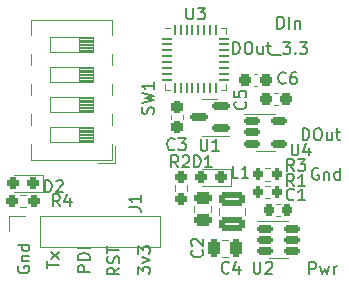
<source format=gto>
%TF.GenerationSoftware,KiCad,Pcbnew,(6.0.2)*%
%TF.CreationDate,2023-03-19T00:19:14-07:00*%
%TF.ProjectId,serial-to-ws2812-v2,73657269-616c-42d7-946f-2d7773323831,rev?*%
%TF.SameCoordinates,Original*%
%TF.FileFunction,Legend,Top*%
%TF.FilePolarity,Positive*%
%FSLAX46Y46*%
G04 Gerber Fmt 4.6, Leading zero omitted, Abs format (unit mm)*
G04 Created by KiCad (PCBNEW (6.0.2)) date 2023-03-19 00:19:14*
%MOMM*%
%LPD*%
G01*
G04 APERTURE LIST*
G04 Aperture macros list*
%AMRoundRect*
0 Rectangle with rounded corners*
0 $1 Rounding radius*
0 $2 $3 $4 $5 $6 $7 $8 $9 X,Y pos of 4 corners*
0 Add a 4 corners polygon primitive as box body*
4,1,4,$2,$3,$4,$5,$6,$7,$8,$9,$2,$3,0*
0 Add four circle primitives for the rounded corners*
1,1,$1+$1,$2,$3*
1,1,$1+$1,$4,$5*
1,1,$1+$1,$6,$7*
1,1,$1+$1,$8,$9*
0 Add four rect primitives between the rounded corners*
20,1,$1+$1,$2,$3,$4,$5,0*
20,1,$1+$1,$4,$5,$6,$7,0*
20,1,$1+$1,$6,$7,$8,$9,0*
20,1,$1+$1,$8,$9,$2,$3,0*%
G04 Aperture macros list end*
%ADD10C,0.150000*%
%ADD11C,0.120000*%
%ADD12RoundRect,0.150000X0.587500X0.150000X-0.587500X0.150000X-0.587500X-0.150000X0.587500X-0.150000X0*%
%ADD13RoundRect,0.062500X-0.375000X-0.062500X0.375000X-0.062500X0.375000X0.062500X-0.375000X0.062500X0*%
%ADD14RoundRect,0.062500X-0.062500X-0.375000X0.062500X-0.375000X0.062500X0.375000X-0.062500X0.375000X0*%
%ADD15R,3.300000X3.300000*%
%ADD16RoundRect,0.150000X-0.512500X-0.150000X0.512500X-0.150000X0.512500X0.150000X-0.512500X0.150000X0*%
%ADD17R,2.440000X1.120000*%
%ADD18RoundRect,0.237500X-0.250000X-0.237500X0.250000X-0.237500X0.250000X0.237500X-0.250000X0.237500X0*%
%ADD19RoundRect,0.200000X0.200000X0.275000X-0.200000X0.275000X-0.200000X-0.275000X0.200000X-0.275000X0*%
%ADD20RoundRect,0.237500X0.237500X-0.250000X0.237500X0.250000X-0.237500X0.250000X-0.237500X-0.250000X0*%
%ADD21RoundRect,0.200000X-0.200000X-0.275000X0.200000X-0.275000X0.200000X0.275000X-0.200000X0.275000X0*%
%ADD22RoundRect,0.250000X0.850000X-0.375000X0.850000X0.375000X-0.850000X0.375000X-0.850000X-0.375000X0*%
%ADD23C,3.000000*%
%ADD24R,1.700000X1.700000*%
%ADD25O,1.700000X1.700000*%
%ADD26RoundRect,0.237500X0.287500X0.237500X-0.287500X0.237500X-0.287500X-0.237500X0.287500X-0.237500X0*%
%ADD27RoundRect,0.237500X0.300000X0.237500X-0.300000X0.237500X-0.300000X-0.237500X0.300000X-0.237500X0*%
%ADD28RoundRect,0.237500X-0.300000X-0.237500X0.300000X-0.237500X0.300000X0.237500X-0.300000X0.237500X0*%
%ADD29RoundRect,0.250000X0.250000X0.475000X-0.250000X0.475000X-0.250000X-0.475000X0.250000X-0.475000X0*%
%ADD30RoundRect,0.237500X-0.237500X0.300000X-0.237500X-0.300000X0.237500X-0.300000X0.237500X0.300000X0*%
%ADD31RoundRect,0.250000X-0.475000X0.250000X-0.475000X-0.250000X0.475000X-0.250000X0.475000X0.250000X0*%
%ADD32RoundRect,0.225000X-0.225000X-0.250000X0.225000X-0.250000X0.225000X0.250000X-0.225000X0.250000X0*%
G04 APERTURE END LIST*
D10*
X164452380Y-55890476D02*
X164452380Y-55271428D01*
X164833333Y-55604761D01*
X164833333Y-55461904D01*
X164880952Y-55366666D01*
X164928571Y-55319047D01*
X165023809Y-55271428D01*
X165261904Y-55271428D01*
X165357142Y-55319047D01*
X165404761Y-55366666D01*
X165452380Y-55461904D01*
X165452380Y-55747619D01*
X165404761Y-55842857D01*
X165357142Y-55890476D01*
X164785714Y-54938095D02*
X165452380Y-54700000D01*
X164785714Y-54461904D01*
X164452380Y-54176190D02*
X164452380Y-53557142D01*
X164833333Y-53890476D01*
X164833333Y-53747619D01*
X164880952Y-53652380D01*
X164928571Y-53604761D01*
X165023809Y-53557142D01*
X165261904Y-53557142D01*
X165357142Y-53604761D01*
X165404761Y-53652380D01*
X165452380Y-53747619D01*
X165452380Y-54033333D01*
X165404761Y-54128571D01*
X165357142Y-54176190D01*
X160352380Y-55700000D02*
X159352380Y-55700000D01*
X159352380Y-55319047D01*
X159400000Y-55223809D01*
X159447619Y-55176190D01*
X159542857Y-55128571D01*
X159685714Y-55128571D01*
X159780952Y-55176190D01*
X159828571Y-55223809D01*
X159876190Y-55319047D01*
X159876190Y-55700000D01*
X160352380Y-54700000D02*
X159352380Y-54700000D01*
X159352380Y-54461904D01*
X159400000Y-54319047D01*
X159495238Y-54223809D01*
X159590476Y-54176190D01*
X159780952Y-54128571D01*
X159923809Y-54128571D01*
X160114285Y-54176190D01*
X160209523Y-54223809D01*
X160304761Y-54319047D01*
X160352380Y-54461904D01*
X160352380Y-54700000D01*
X160352380Y-53700000D02*
X159352380Y-53700000D01*
X162852380Y-55347619D02*
X162376190Y-55680952D01*
X162852380Y-55919047D02*
X161852380Y-55919047D01*
X161852380Y-55538095D01*
X161900000Y-55442857D01*
X161947619Y-55395238D01*
X162042857Y-55347619D01*
X162185714Y-55347619D01*
X162280952Y-55395238D01*
X162328571Y-55442857D01*
X162376190Y-55538095D01*
X162376190Y-55919047D01*
X162804761Y-54966666D02*
X162852380Y-54823809D01*
X162852380Y-54585714D01*
X162804761Y-54490476D01*
X162757142Y-54442857D01*
X162661904Y-54395238D01*
X162566666Y-54395238D01*
X162471428Y-54442857D01*
X162423809Y-54490476D01*
X162376190Y-54585714D01*
X162328571Y-54776190D01*
X162280952Y-54871428D01*
X162233333Y-54919047D01*
X162138095Y-54966666D01*
X162042857Y-54966666D01*
X161947619Y-54919047D01*
X161900000Y-54871428D01*
X161852380Y-54776190D01*
X161852380Y-54538095D01*
X161900000Y-54395238D01*
X161852380Y-54109523D02*
X161852380Y-53538095D01*
X162852380Y-53823809D02*
X161852380Y-53823809D01*
X156752380Y-55390476D02*
X156752380Y-54819047D01*
X157752380Y-55104761D02*
X156752380Y-55104761D01*
X157752380Y-54580952D02*
X157085714Y-54057142D01*
X157085714Y-54580952D02*
X157752380Y-54057142D01*
X154300000Y-55242857D02*
X154252380Y-55338095D01*
X154252380Y-55480952D01*
X154300000Y-55623809D01*
X154395238Y-55719047D01*
X154490476Y-55766666D01*
X154680952Y-55814285D01*
X154823809Y-55814285D01*
X155014285Y-55766666D01*
X155109523Y-55719047D01*
X155204761Y-55623809D01*
X155252380Y-55480952D01*
X155252380Y-55385714D01*
X155204761Y-55242857D01*
X155157142Y-55195238D01*
X154823809Y-55195238D01*
X154823809Y-55385714D01*
X154585714Y-54766666D02*
X155252380Y-54766666D01*
X154680952Y-54766666D02*
X154633333Y-54719047D01*
X154585714Y-54623809D01*
X154585714Y-54480952D01*
X154633333Y-54385714D01*
X154728571Y-54338095D01*
X155252380Y-54338095D01*
X155252380Y-53433333D02*
X154252380Y-53433333D01*
X155204761Y-53433333D02*
X155252380Y-53528571D01*
X155252380Y-53719047D01*
X155204761Y-53814285D01*
X155157142Y-53861904D01*
X155061904Y-53909523D01*
X154776190Y-53909523D01*
X154680952Y-53861904D01*
X154633333Y-53814285D01*
X154585714Y-53719047D01*
X154585714Y-53528571D01*
X154633333Y-53433333D01*
%TO.C,U1*%
X169738095Y-44452380D02*
X169738095Y-45261904D01*
X169785714Y-45357142D01*
X169833333Y-45404761D01*
X169928571Y-45452380D01*
X170119047Y-45452380D01*
X170214285Y-45404761D01*
X170261904Y-45357142D01*
X170309523Y-45261904D01*
X170309523Y-44452380D01*
X171309523Y-45452380D02*
X170738095Y-45452380D01*
X171023809Y-45452380D02*
X171023809Y-44452380D01*
X170928571Y-44595238D01*
X170833333Y-44690476D01*
X170738095Y-44738095D01*
%TO.C,U3*%
X168538095Y-33332380D02*
X168538095Y-34141904D01*
X168585714Y-34237142D01*
X168633333Y-34284761D01*
X168728571Y-34332380D01*
X168919047Y-34332380D01*
X169014285Y-34284761D01*
X169061904Y-34237142D01*
X169109523Y-34141904D01*
X169109523Y-33332380D01*
X169490476Y-33332380D02*
X170109523Y-33332380D01*
X169776190Y-33713333D01*
X169919047Y-33713333D01*
X170014285Y-33760952D01*
X170061904Y-33808571D01*
X170109523Y-33903809D01*
X170109523Y-34141904D01*
X170061904Y-34237142D01*
X170014285Y-34284761D01*
X169919047Y-34332380D01*
X169633333Y-34332380D01*
X169538095Y-34284761D01*
X169490476Y-34237142D01*
%TO.C,U2*%
X174238095Y-54852380D02*
X174238095Y-55661904D01*
X174285714Y-55757142D01*
X174333333Y-55804761D01*
X174428571Y-55852380D01*
X174619047Y-55852380D01*
X174714285Y-55804761D01*
X174761904Y-55757142D01*
X174809523Y-55661904D01*
X174809523Y-54852380D01*
X175238095Y-54947619D02*
X175285714Y-54900000D01*
X175380952Y-54852380D01*
X175619047Y-54852380D01*
X175714285Y-54900000D01*
X175761904Y-54947619D01*
X175809523Y-55042857D01*
X175809523Y-55138095D01*
X175761904Y-55280952D01*
X175190476Y-55852380D01*
X175809523Y-55852380D01*
%TO.C,U4*%
X177438095Y-44852380D02*
X177438095Y-45661904D01*
X177485714Y-45757142D01*
X177533333Y-45804761D01*
X177628571Y-45852380D01*
X177819047Y-45852380D01*
X177914285Y-45804761D01*
X177961904Y-45757142D01*
X178009523Y-45661904D01*
X178009523Y-44852380D01*
X178914285Y-45185714D02*
X178914285Y-45852380D01*
X178676190Y-44804761D02*
X178438095Y-45519047D01*
X179057142Y-45519047D01*
%TO.C,SW1*%
X165704761Y-42333333D02*
X165752380Y-42190476D01*
X165752380Y-41952380D01*
X165704761Y-41857142D01*
X165657142Y-41809523D01*
X165561904Y-41761904D01*
X165466666Y-41761904D01*
X165371428Y-41809523D01*
X165323809Y-41857142D01*
X165276190Y-41952380D01*
X165228571Y-42142857D01*
X165180952Y-42238095D01*
X165133333Y-42285714D01*
X165038095Y-42333333D01*
X164942857Y-42333333D01*
X164847619Y-42285714D01*
X164800000Y-42238095D01*
X164752380Y-42142857D01*
X164752380Y-41904761D01*
X164800000Y-41761904D01*
X164752380Y-41428571D02*
X165752380Y-41190476D01*
X165038095Y-41000000D01*
X165752380Y-40809523D01*
X164752380Y-40571428D01*
X165752380Y-39666666D02*
X165752380Y-40238095D01*
X165752380Y-39952380D02*
X164752380Y-39952380D01*
X164895238Y-40047619D01*
X164990476Y-40142857D01*
X165038095Y-40238095D01*
%TO.C,R4*%
X157833333Y-50152380D02*
X157500000Y-49676190D01*
X157261904Y-50152380D02*
X157261904Y-49152380D01*
X157642857Y-49152380D01*
X157738095Y-49200000D01*
X157785714Y-49247619D01*
X157833333Y-49342857D01*
X157833333Y-49485714D01*
X157785714Y-49580952D01*
X157738095Y-49628571D01*
X157642857Y-49676190D01*
X157261904Y-49676190D01*
X158690476Y-49485714D02*
X158690476Y-50152380D01*
X158452380Y-49104761D02*
X158214285Y-49819047D01*
X158833333Y-49819047D01*
%TO.C,R3*%
X177633333Y-47152380D02*
X177300000Y-46676190D01*
X177061904Y-47152380D02*
X177061904Y-46152380D01*
X177442857Y-46152380D01*
X177538095Y-46200000D01*
X177585714Y-46247619D01*
X177633333Y-46342857D01*
X177633333Y-46485714D01*
X177585714Y-46580952D01*
X177538095Y-46628571D01*
X177442857Y-46676190D01*
X177061904Y-46676190D01*
X177966666Y-46152380D02*
X178585714Y-46152380D01*
X178252380Y-46533333D01*
X178395238Y-46533333D01*
X178490476Y-46580952D01*
X178538095Y-46628571D01*
X178585714Y-46723809D01*
X178585714Y-46961904D01*
X178538095Y-47057142D01*
X178490476Y-47104761D01*
X178395238Y-47152380D01*
X178109523Y-47152380D01*
X178014285Y-47104761D01*
X177966666Y-47057142D01*
%TO.C,R2*%
X167833333Y-46852380D02*
X167500000Y-46376190D01*
X167261904Y-46852380D02*
X167261904Y-45852380D01*
X167642857Y-45852380D01*
X167738095Y-45900000D01*
X167785714Y-45947619D01*
X167833333Y-46042857D01*
X167833333Y-46185714D01*
X167785714Y-46280952D01*
X167738095Y-46328571D01*
X167642857Y-46376190D01*
X167261904Y-46376190D01*
X168214285Y-45947619D02*
X168261904Y-45900000D01*
X168357142Y-45852380D01*
X168595238Y-45852380D01*
X168690476Y-45900000D01*
X168738095Y-45947619D01*
X168785714Y-46042857D01*
X168785714Y-46138095D01*
X168738095Y-46280952D01*
X168166666Y-46852380D01*
X168785714Y-46852380D01*
%TO.C,R1*%
X177633333Y-48452380D02*
X177300000Y-47976190D01*
X177061904Y-48452380D02*
X177061904Y-47452380D01*
X177442857Y-47452380D01*
X177538095Y-47500000D01*
X177585714Y-47547619D01*
X177633333Y-47642857D01*
X177633333Y-47785714D01*
X177585714Y-47880952D01*
X177538095Y-47928571D01*
X177442857Y-47976190D01*
X177061904Y-47976190D01*
X178585714Y-48452380D02*
X178014285Y-48452380D01*
X178300000Y-48452380D02*
X178300000Y-47452380D01*
X178204761Y-47595238D01*
X178109523Y-47690476D01*
X178014285Y-47738095D01*
%TO.C,L1*%
X172933333Y-47752380D02*
X172457142Y-47752380D01*
X172457142Y-46752380D01*
X173790476Y-47752380D02*
X173219047Y-47752380D01*
X173504761Y-47752380D02*
X173504761Y-46752380D01*
X173409523Y-46895238D01*
X173314285Y-46990476D01*
X173219047Y-47038095D01*
%TO.C,DOut*%
X178376190Y-44552380D02*
X178376190Y-43552380D01*
X178614285Y-43552380D01*
X178757142Y-43600000D01*
X178852380Y-43695238D01*
X178900000Y-43790476D01*
X178947619Y-43980952D01*
X178947619Y-44123809D01*
X178900000Y-44314285D01*
X178852380Y-44409523D01*
X178757142Y-44504761D01*
X178614285Y-44552380D01*
X178376190Y-44552380D01*
X179566666Y-43552380D02*
X179757142Y-43552380D01*
X179852380Y-43600000D01*
X179947619Y-43695238D01*
X179995238Y-43885714D01*
X179995238Y-44219047D01*
X179947619Y-44409523D01*
X179852380Y-44504761D01*
X179757142Y-44552380D01*
X179566666Y-44552380D01*
X179471428Y-44504761D01*
X179376190Y-44409523D01*
X179328571Y-44219047D01*
X179328571Y-43885714D01*
X179376190Y-43695238D01*
X179471428Y-43600000D01*
X179566666Y-43552380D01*
X180852380Y-43885714D02*
X180852380Y-44552380D01*
X180423809Y-43885714D02*
X180423809Y-44409523D01*
X180471428Y-44504761D01*
X180566666Y-44552380D01*
X180709523Y-44552380D01*
X180804761Y-44504761D01*
X180852380Y-44457142D01*
X181185714Y-43885714D02*
X181566666Y-43885714D01*
X181328571Y-43552380D02*
X181328571Y-44409523D01*
X181376190Y-44504761D01*
X181471428Y-44552380D01*
X181566666Y-44552380D01*
%TO.C,DIn*%
X176247619Y-35102380D02*
X176247619Y-34102380D01*
X176485714Y-34102380D01*
X176628571Y-34150000D01*
X176723809Y-34245238D01*
X176771428Y-34340476D01*
X176819047Y-34530952D01*
X176819047Y-34673809D01*
X176771428Y-34864285D01*
X176723809Y-34959523D01*
X176628571Y-35054761D01*
X176485714Y-35102380D01*
X176247619Y-35102380D01*
X177247619Y-35102380D02*
X177247619Y-34102380D01*
X177723809Y-34435714D02*
X177723809Y-35102380D01*
X177723809Y-34530952D02*
X177771428Y-34483333D01*
X177866666Y-34435714D01*
X178009523Y-34435714D01*
X178104761Y-34483333D01*
X178152380Y-34578571D01*
X178152380Y-35102380D01*
%TO.C,DOut_3.3*%
X172504761Y-37252380D02*
X172504761Y-36252380D01*
X172742857Y-36252380D01*
X172885714Y-36300000D01*
X172980952Y-36395238D01*
X173028571Y-36490476D01*
X173076190Y-36680952D01*
X173076190Y-36823809D01*
X173028571Y-37014285D01*
X172980952Y-37109523D01*
X172885714Y-37204761D01*
X172742857Y-37252380D01*
X172504761Y-37252380D01*
X173695238Y-36252380D02*
X173885714Y-36252380D01*
X173980952Y-36300000D01*
X174076190Y-36395238D01*
X174123809Y-36585714D01*
X174123809Y-36919047D01*
X174076190Y-37109523D01*
X173980952Y-37204761D01*
X173885714Y-37252380D01*
X173695238Y-37252380D01*
X173600000Y-37204761D01*
X173504761Y-37109523D01*
X173457142Y-36919047D01*
X173457142Y-36585714D01*
X173504761Y-36395238D01*
X173600000Y-36300000D01*
X173695238Y-36252380D01*
X174980952Y-36585714D02*
X174980952Y-37252380D01*
X174552380Y-36585714D02*
X174552380Y-37109523D01*
X174600000Y-37204761D01*
X174695238Y-37252380D01*
X174838095Y-37252380D01*
X174933333Y-37204761D01*
X174980952Y-37157142D01*
X175314285Y-36585714D02*
X175695238Y-36585714D01*
X175457142Y-36252380D02*
X175457142Y-37109523D01*
X175504761Y-37204761D01*
X175600000Y-37252380D01*
X175695238Y-37252380D01*
X175790476Y-37347619D02*
X176552380Y-37347619D01*
X176695238Y-36252380D02*
X177314285Y-36252380D01*
X176980952Y-36633333D01*
X177123809Y-36633333D01*
X177219047Y-36680952D01*
X177266666Y-36728571D01*
X177314285Y-36823809D01*
X177314285Y-37061904D01*
X177266666Y-37157142D01*
X177219047Y-37204761D01*
X177123809Y-37252380D01*
X176838095Y-37252380D01*
X176742857Y-37204761D01*
X176695238Y-37157142D01*
X177742857Y-37157142D02*
X177790476Y-37204761D01*
X177742857Y-37252380D01*
X177695238Y-37204761D01*
X177742857Y-37157142D01*
X177742857Y-37252380D01*
X178123809Y-36252380D02*
X178742857Y-36252380D01*
X178409523Y-36633333D01*
X178552380Y-36633333D01*
X178647619Y-36680952D01*
X178695238Y-36728571D01*
X178742857Y-36823809D01*
X178742857Y-37061904D01*
X178695238Y-37157142D01*
X178647619Y-37204761D01*
X178552380Y-37252380D01*
X178266666Y-37252380D01*
X178171428Y-37204761D01*
X178123809Y-37157142D01*
%TO.C,Gnd*%
X179707142Y-46950000D02*
X179611904Y-46902380D01*
X179469047Y-46902380D01*
X179326190Y-46950000D01*
X179230952Y-47045238D01*
X179183333Y-47140476D01*
X179135714Y-47330952D01*
X179135714Y-47473809D01*
X179183333Y-47664285D01*
X179230952Y-47759523D01*
X179326190Y-47854761D01*
X179469047Y-47902380D01*
X179564285Y-47902380D01*
X179707142Y-47854761D01*
X179754761Y-47807142D01*
X179754761Y-47473809D01*
X179564285Y-47473809D01*
X180183333Y-47235714D02*
X180183333Y-47902380D01*
X180183333Y-47330952D02*
X180230952Y-47283333D01*
X180326190Y-47235714D01*
X180469047Y-47235714D01*
X180564285Y-47283333D01*
X180611904Y-47378571D01*
X180611904Y-47902380D01*
X181516666Y-47902380D02*
X181516666Y-46902380D01*
X181516666Y-47854761D02*
X181421428Y-47902380D01*
X181230952Y-47902380D01*
X181135714Y-47854761D01*
X181088095Y-47807142D01*
X181040476Y-47711904D01*
X181040476Y-47426190D01*
X181088095Y-47330952D01*
X181135714Y-47283333D01*
X181230952Y-47235714D01*
X181421428Y-47235714D01*
X181516666Y-47283333D01*
%TO.C,Pwr*%
X178954761Y-55902380D02*
X178954761Y-54902380D01*
X179335714Y-54902380D01*
X179430952Y-54950000D01*
X179478571Y-54997619D01*
X179526190Y-55092857D01*
X179526190Y-55235714D01*
X179478571Y-55330952D01*
X179430952Y-55378571D01*
X179335714Y-55426190D01*
X178954761Y-55426190D01*
X179859523Y-55235714D02*
X180050000Y-55902380D01*
X180240476Y-55426190D01*
X180430952Y-55902380D01*
X180621428Y-55235714D01*
X181002380Y-55902380D02*
X181002380Y-55235714D01*
X181002380Y-55426190D02*
X181050000Y-55330952D01*
X181097619Y-55283333D01*
X181192857Y-55235714D01*
X181288095Y-55235714D01*
%TO.C,J1*%
X163652380Y-50233333D02*
X164366666Y-50233333D01*
X164509523Y-50280952D01*
X164604761Y-50376190D01*
X164652380Y-50519047D01*
X164652380Y-50614285D01*
X164652380Y-49233333D02*
X164652380Y-49804761D01*
X164652380Y-49519047D02*
X163652380Y-49519047D01*
X163795238Y-49614285D01*
X163890476Y-49709523D01*
X163938095Y-49804761D01*
%TO.C,D2*%
X156561904Y-48952380D02*
X156561904Y-47952380D01*
X156800000Y-47952380D01*
X156942857Y-48000000D01*
X157038095Y-48095238D01*
X157085714Y-48190476D01*
X157133333Y-48380952D01*
X157133333Y-48523809D01*
X157085714Y-48714285D01*
X157038095Y-48809523D01*
X156942857Y-48904761D01*
X156800000Y-48952380D01*
X156561904Y-48952380D01*
X157514285Y-48047619D02*
X157561904Y-48000000D01*
X157657142Y-47952380D01*
X157895238Y-47952380D01*
X157990476Y-48000000D01*
X158038095Y-48047619D01*
X158085714Y-48142857D01*
X158085714Y-48238095D01*
X158038095Y-48380952D01*
X157466666Y-48952380D01*
X158085714Y-48952380D01*
%TO.C,D1*%
X169161904Y-46852380D02*
X169161904Y-45852380D01*
X169400000Y-45852380D01*
X169542857Y-45900000D01*
X169638095Y-45995238D01*
X169685714Y-46090476D01*
X169733333Y-46280952D01*
X169733333Y-46423809D01*
X169685714Y-46614285D01*
X169638095Y-46709523D01*
X169542857Y-46804761D01*
X169400000Y-46852380D01*
X169161904Y-46852380D01*
X170685714Y-46852380D02*
X170114285Y-46852380D01*
X170400000Y-46852380D02*
X170400000Y-45852380D01*
X170304761Y-45995238D01*
X170209523Y-46090476D01*
X170114285Y-46138095D01*
%TO.C,C6*%
X176933333Y-39707142D02*
X176885714Y-39754761D01*
X176742857Y-39802380D01*
X176647619Y-39802380D01*
X176504761Y-39754761D01*
X176409523Y-39659523D01*
X176361904Y-39564285D01*
X176314285Y-39373809D01*
X176314285Y-39230952D01*
X176361904Y-39040476D01*
X176409523Y-38945238D01*
X176504761Y-38850000D01*
X176647619Y-38802380D01*
X176742857Y-38802380D01*
X176885714Y-38850000D01*
X176933333Y-38897619D01*
X177790476Y-38802380D02*
X177600000Y-38802380D01*
X177504761Y-38850000D01*
X177457142Y-38897619D01*
X177361904Y-39040476D01*
X177314285Y-39230952D01*
X177314285Y-39611904D01*
X177361904Y-39707142D01*
X177409523Y-39754761D01*
X177504761Y-39802380D01*
X177695238Y-39802380D01*
X177790476Y-39754761D01*
X177838095Y-39707142D01*
X177885714Y-39611904D01*
X177885714Y-39373809D01*
X177838095Y-39278571D01*
X177790476Y-39230952D01*
X177695238Y-39183333D01*
X177504761Y-39183333D01*
X177409523Y-39230952D01*
X177361904Y-39278571D01*
X177314285Y-39373809D01*
%TO.C,C5*%
X173507142Y-41316666D02*
X173554761Y-41364285D01*
X173602380Y-41507142D01*
X173602380Y-41602380D01*
X173554761Y-41745238D01*
X173459523Y-41840476D01*
X173364285Y-41888095D01*
X173173809Y-41935714D01*
X173030952Y-41935714D01*
X172840476Y-41888095D01*
X172745238Y-41840476D01*
X172650000Y-41745238D01*
X172602380Y-41602380D01*
X172602380Y-41507142D01*
X172650000Y-41364285D01*
X172697619Y-41316666D01*
X172602380Y-40411904D02*
X172602380Y-40888095D01*
X173078571Y-40935714D01*
X173030952Y-40888095D01*
X172983333Y-40792857D01*
X172983333Y-40554761D01*
X173030952Y-40459523D01*
X173078571Y-40411904D01*
X173173809Y-40364285D01*
X173411904Y-40364285D01*
X173507142Y-40411904D01*
X173554761Y-40459523D01*
X173602380Y-40554761D01*
X173602380Y-40792857D01*
X173554761Y-40888095D01*
X173507142Y-40935714D01*
%TO.C,C4*%
X172133333Y-55757142D02*
X172085714Y-55804761D01*
X171942857Y-55852380D01*
X171847619Y-55852380D01*
X171704761Y-55804761D01*
X171609523Y-55709523D01*
X171561904Y-55614285D01*
X171514285Y-55423809D01*
X171514285Y-55280952D01*
X171561904Y-55090476D01*
X171609523Y-54995238D01*
X171704761Y-54900000D01*
X171847619Y-54852380D01*
X171942857Y-54852380D01*
X172085714Y-54900000D01*
X172133333Y-54947619D01*
X172990476Y-55185714D02*
X172990476Y-55852380D01*
X172752380Y-54804761D02*
X172514285Y-55519047D01*
X173133333Y-55519047D01*
%TO.C,C3*%
X167533333Y-45307142D02*
X167485714Y-45354761D01*
X167342857Y-45402380D01*
X167247619Y-45402380D01*
X167104761Y-45354761D01*
X167009523Y-45259523D01*
X166961904Y-45164285D01*
X166914285Y-44973809D01*
X166914285Y-44830952D01*
X166961904Y-44640476D01*
X167009523Y-44545238D01*
X167104761Y-44450000D01*
X167247619Y-44402380D01*
X167342857Y-44402380D01*
X167485714Y-44450000D01*
X167533333Y-44497619D01*
X167866666Y-44402380D02*
X168485714Y-44402380D01*
X168152380Y-44783333D01*
X168295238Y-44783333D01*
X168390476Y-44830952D01*
X168438095Y-44878571D01*
X168485714Y-44973809D01*
X168485714Y-45211904D01*
X168438095Y-45307142D01*
X168390476Y-45354761D01*
X168295238Y-45402380D01*
X168009523Y-45402380D01*
X167914285Y-45354761D01*
X167866666Y-45307142D01*
%TO.C,C2*%
X169857142Y-53866666D02*
X169904761Y-53914285D01*
X169952380Y-54057142D01*
X169952380Y-54152380D01*
X169904761Y-54295238D01*
X169809523Y-54390476D01*
X169714285Y-54438095D01*
X169523809Y-54485714D01*
X169380952Y-54485714D01*
X169190476Y-54438095D01*
X169095238Y-54390476D01*
X169000000Y-54295238D01*
X168952380Y-54152380D01*
X168952380Y-54057142D01*
X169000000Y-53914285D01*
X169047619Y-53866666D01*
X169047619Y-53485714D02*
X169000000Y-53438095D01*
X168952380Y-53342857D01*
X168952380Y-53104761D01*
X169000000Y-53009523D01*
X169047619Y-52961904D01*
X169142857Y-52914285D01*
X169238095Y-52914285D01*
X169380952Y-52961904D01*
X169952380Y-53533333D01*
X169952380Y-52914285D01*
%TO.C,C1*%
X177633333Y-49557142D02*
X177585714Y-49604761D01*
X177442857Y-49652380D01*
X177347619Y-49652380D01*
X177204761Y-49604761D01*
X177109523Y-49509523D01*
X177061904Y-49414285D01*
X177014285Y-49223809D01*
X177014285Y-49080952D01*
X177061904Y-48890476D01*
X177109523Y-48795238D01*
X177204761Y-48700000D01*
X177347619Y-48652380D01*
X177442857Y-48652380D01*
X177585714Y-48700000D01*
X177633333Y-48747619D01*
X178585714Y-49652380D02*
X178014285Y-49652380D01*
X178300000Y-49652380D02*
X178300000Y-48652380D01*
X178204761Y-48795238D01*
X178109523Y-48890476D01*
X178014285Y-48938095D01*
D11*
%TO.C,U1*%
X170500000Y-44160000D02*
X169850000Y-44160000D01*
X170500000Y-41040000D02*
X169850000Y-41040000D01*
X170500000Y-44160000D02*
X172175000Y-44160000D01*
X170500000Y-41040000D02*
X171150000Y-41040000D01*
%TO.C,U3*%
X171435000Y-35090000D02*
X171910000Y-35090000D01*
X167165000Y-35090000D02*
X166690000Y-35090000D01*
X171910000Y-40310000D02*
X171910000Y-39835000D01*
X167165000Y-40310000D02*
X166690000Y-40310000D01*
X166690000Y-40310000D02*
X166690000Y-39835000D01*
X171910000Y-35090000D02*
X171910000Y-35565000D01*
X171435000Y-40310000D02*
X171910000Y-40310000D01*
%TO.C,U2*%
X176300000Y-51440000D02*
X174500000Y-51440000D01*
X176300000Y-54560000D02*
X175500000Y-54560000D01*
X176300000Y-54560000D02*
X177100000Y-54560000D01*
X176300000Y-51440000D02*
X177100000Y-51440000D01*
%TO.C,U4*%
X175200000Y-45460000D02*
X174400000Y-45460000D01*
X175200000Y-42340000D02*
X173400000Y-42340000D01*
X175200000Y-42340000D02*
X176000000Y-42340000D01*
X175200000Y-45460000D02*
X176000000Y-45460000D01*
%TO.C,SW1*%
X160610000Y-43785000D02*
X159403333Y-43785000D01*
X159403333Y-39665000D02*
X159403333Y-38395000D01*
X160610000Y-42205000D02*
X160610000Y-40935000D01*
X160610000Y-41485000D02*
X159403333Y-41485000D01*
X160610000Y-43905000D02*
X159403333Y-43905000D01*
X160610000Y-39425000D02*
X159403333Y-39425000D01*
X155390000Y-35690000D02*
X155390000Y-34380000D01*
X160610000Y-41845000D02*
X159403333Y-41845000D01*
X162210000Y-40770000D02*
X162210000Y-39830000D01*
X160610000Y-39545000D02*
X159403333Y-39545000D01*
X160610000Y-39065000D02*
X159403333Y-39065000D01*
X160610000Y-38825000D02*
X159403333Y-38825000D01*
X156990000Y-42205000D02*
X160610000Y-42205000D01*
X156990000Y-43475000D02*
X156990000Y-44745000D01*
X160610000Y-39665000D02*
X160610000Y-38395000D01*
X160610000Y-36645000D02*
X159403333Y-36645000D01*
X162450000Y-46460000D02*
X162450000Y-45077000D01*
X160610000Y-39305000D02*
X159403333Y-39305000D01*
X160610000Y-35925000D02*
X159403333Y-35925000D01*
X160610000Y-41125000D02*
X159403333Y-41125000D01*
X160610000Y-38465000D02*
X159403333Y-38465000D01*
X162210000Y-35690000D02*
X162210000Y-34380000D01*
X159403333Y-44745000D02*
X159403333Y-43475000D01*
X155390000Y-38230000D02*
X155390000Y-37290000D01*
X155390000Y-40770000D02*
X155390000Y-39830000D01*
X160610000Y-44745000D02*
X160610000Y-43475000D01*
X160610000Y-38395000D02*
X156990000Y-38395000D01*
X160610000Y-36285000D02*
X159403333Y-36285000D01*
X156990000Y-38395000D02*
X156990000Y-39665000D01*
X160610000Y-36405000D02*
X159403333Y-36405000D01*
X160610000Y-44145000D02*
X159403333Y-44145000D01*
X160610000Y-35855000D02*
X156990000Y-35855000D01*
X155390000Y-46220000D02*
X155390000Y-44910000D01*
X160610000Y-39185000D02*
X159403333Y-39185000D01*
X160610000Y-40935000D02*
X156990000Y-40935000D01*
X162210000Y-46220000D02*
X155390000Y-46220000D01*
X160610000Y-36165000D02*
X159403333Y-36165000D01*
X156990000Y-37125000D02*
X160610000Y-37125000D01*
X160610000Y-36525000D02*
X159403333Y-36525000D01*
X160610000Y-42085000D02*
X159403333Y-42085000D01*
X156990000Y-40935000D02*
X156990000Y-42205000D01*
X160610000Y-44625000D02*
X159403333Y-44625000D01*
X160610000Y-43665000D02*
X159403333Y-43665000D01*
X160610000Y-44025000D02*
X159403333Y-44025000D01*
X156990000Y-35855000D02*
X156990000Y-37125000D01*
X160610000Y-43545000D02*
X159403333Y-43545000D01*
X160610000Y-36885000D02*
X159403333Y-36885000D01*
X162210000Y-46220000D02*
X162210000Y-44910000D01*
X156990000Y-44745000D02*
X160610000Y-44745000D01*
X160610000Y-41605000D02*
X159403333Y-41605000D01*
X160610000Y-38705000D02*
X159403333Y-38705000D01*
X160610000Y-36765000D02*
X159403333Y-36765000D01*
X160610000Y-38945000D02*
X159403333Y-38945000D01*
X160610000Y-36045000D02*
X159403333Y-36045000D01*
X160610000Y-38585000D02*
X159403333Y-38585000D01*
X159403333Y-37125000D02*
X159403333Y-35855000D01*
X160610000Y-41965000D02*
X159403333Y-41965000D01*
X160610000Y-41365000D02*
X159403333Y-41365000D01*
X160610000Y-37005000D02*
X159403333Y-37005000D01*
X160610000Y-41005000D02*
X159403333Y-41005000D01*
X160610000Y-41245000D02*
X159403333Y-41245000D01*
X160610000Y-44265000D02*
X159403333Y-44265000D01*
X160610000Y-44505000D02*
X159403333Y-44505000D01*
X162210000Y-43310000D02*
X162210000Y-42370000D01*
X160610000Y-44385000D02*
X159403333Y-44385000D01*
X159403333Y-42205000D02*
X159403333Y-40935000D01*
X162210000Y-38230000D02*
X162210000Y-37290000D01*
X160610000Y-43475000D02*
X156990000Y-43475000D01*
X162450000Y-46460000D02*
X161067000Y-46460000D01*
X160610000Y-41725000D02*
X159403333Y-41725000D01*
X162210000Y-34380000D02*
X155390000Y-34380000D01*
X155390000Y-43310000D02*
X155390000Y-42370000D01*
X160610000Y-37125000D02*
X160610000Y-35855000D01*
X156990000Y-39665000D02*
X160610000Y-39665000D01*
%TO.C,R4*%
X154445276Y-49177500D02*
X154954724Y-49177500D01*
X154445276Y-50222500D02*
X154954724Y-50222500D01*
%TO.C,R3*%
X175637258Y-46927500D02*
X175162742Y-46927500D01*
X175637258Y-47972500D02*
X175162742Y-47972500D01*
%TO.C,R2*%
X168622500Y-48854724D02*
X168622500Y-48345276D01*
X167577500Y-48854724D02*
X167577500Y-48345276D01*
%TO.C,R1*%
X175162742Y-49472500D02*
X175637258Y-49472500D01*
X175162742Y-48427500D02*
X175637258Y-48427500D01*
%TO.C,L1*%
X171290000Y-50861252D02*
X171290000Y-50338748D01*
X173510000Y-50861252D02*
X173510000Y-50338748D01*
%TO.C,DOut*%
X181100000Y-40850000D02*
X181100000Y-40800000D01*
X181100000Y-40800000D02*
X179250000Y-40800000D01*
X181100000Y-42700000D02*
X181100000Y-40850000D01*
X179250000Y-42700000D02*
X181100000Y-42700000D01*
X179250000Y-40800000D02*
X179250000Y-42700000D01*
%TO.C,DIn*%
X181100000Y-33850000D02*
X181100000Y-33800000D01*
X181100000Y-33800000D02*
X179250000Y-33800000D01*
X181100000Y-35700000D02*
X181100000Y-33850000D01*
X179250000Y-35700000D02*
X181100000Y-35700000D01*
X179250000Y-33800000D02*
X179250000Y-35700000D01*
%TO.C,DOut_3.3*%
X181100000Y-37350000D02*
X181100000Y-37300000D01*
X181100000Y-37300000D02*
X179250000Y-37300000D01*
X181100000Y-39200000D02*
X181100000Y-37350000D01*
X179250000Y-39200000D02*
X181100000Y-39200000D01*
X179250000Y-37300000D02*
X179250000Y-39200000D01*
%TO.C,Gnd*%
X181150000Y-48850000D02*
X181150000Y-48800000D01*
X181150000Y-48800000D02*
X179300000Y-48800000D01*
X181150000Y-50700000D02*
X181150000Y-48850000D01*
X179300000Y-50700000D02*
X181150000Y-50700000D01*
X179300000Y-48800000D02*
X179300000Y-50700000D01*
%TO.C,Pwr*%
X181150000Y-52350000D02*
X181150000Y-52300000D01*
X181150000Y-52300000D02*
X179300000Y-52300000D01*
X181150000Y-54200000D02*
X181150000Y-52350000D01*
X179300000Y-54200000D02*
X181150000Y-54200000D01*
X179300000Y-52300000D02*
X179300000Y-54200000D01*
%TO.C,J1*%
X153520000Y-50945000D02*
X154850000Y-50945000D01*
X156120000Y-50945000D02*
X166340000Y-50945000D01*
X156120000Y-53605000D02*
X166340000Y-53605000D01*
X156120000Y-53605000D02*
X156120000Y-50945000D01*
X166340000Y-53605000D02*
X166340000Y-50945000D01*
X153520000Y-52275000D02*
X153520000Y-50945000D01*
%TO.C,D2*%
X153900000Y-48935000D02*
X156360000Y-48935000D01*
X156360000Y-47465000D02*
X153900000Y-47465000D01*
X156360000Y-48935000D02*
X156360000Y-47465000D01*
%TO.C,D1*%
X169825000Y-48435000D02*
X172285000Y-48435000D01*
X172285000Y-46965000D02*
X169825000Y-46965000D01*
X172285000Y-48435000D02*
X172285000Y-46965000D01*
%TO.C,C6*%
X176283767Y-41560000D02*
X175991233Y-41560000D01*
X176283767Y-40540000D02*
X175991233Y-40540000D01*
%TO.C,C5*%
X174253733Y-38990000D02*
X174546267Y-38990000D01*
X174253733Y-40010000D02*
X174546267Y-40010000D01*
%TO.C,C4*%
X172061252Y-52965000D02*
X171538748Y-52965000D01*
X172061252Y-54435000D02*
X171538748Y-54435000D01*
%TO.C,C3*%
X168260000Y-42453733D02*
X168260000Y-42746267D01*
X167240000Y-42453733D02*
X167240000Y-42746267D01*
%TO.C,C2*%
X169165000Y-50138748D02*
X169165000Y-50661252D01*
X170635000Y-50138748D02*
X170635000Y-50661252D01*
%TO.C,C1*%
X176159420Y-51010000D02*
X176440580Y-51010000D01*
X176159420Y-49990000D02*
X176440580Y-49990000D01*
%TD*%
%LPC*%
D12*
%TO.C,U1*%
X171437500Y-43550000D03*
X171437500Y-41650000D03*
X169562500Y-42600000D03*
%TD*%
D13*
%TO.C,U3*%
X166862500Y-35950000D03*
X166862500Y-36450000D03*
X166862500Y-36950000D03*
X166862500Y-37450000D03*
X166862500Y-37950000D03*
X166862500Y-38450000D03*
X166862500Y-38950000D03*
X166862500Y-39450000D03*
D14*
X167550000Y-40137500D03*
X168050000Y-40137500D03*
X168550000Y-40137500D03*
X169050000Y-40137500D03*
X169550000Y-40137500D03*
X170050000Y-40137500D03*
X170550000Y-40137500D03*
X171050000Y-40137500D03*
D13*
X171737500Y-39450000D03*
X171737500Y-38950000D03*
X171737500Y-38450000D03*
X171737500Y-37950000D03*
X171737500Y-37450000D03*
X171737500Y-36950000D03*
X171737500Y-36450000D03*
X171737500Y-35950000D03*
D14*
X171050000Y-35262500D03*
X170550000Y-35262500D03*
X170050000Y-35262500D03*
X169550000Y-35262500D03*
X169050000Y-35262500D03*
X168550000Y-35262500D03*
X168050000Y-35262500D03*
X167550000Y-35262500D03*
D15*
X169300000Y-37700000D03*
%TD*%
D16*
%TO.C,U2*%
X177437500Y-52050000D03*
X177437500Y-53000000D03*
X177437500Y-53950000D03*
X175162500Y-53950000D03*
X175162500Y-53000000D03*
X175162500Y-52050000D03*
%TD*%
%TO.C,U4*%
X174062500Y-42950000D03*
X174062500Y-43900000D03*
X174062500Y-44850000D03*
X176337500Y-44850000D03*
X176337500Y-42950000D03*
%TD*%
D17*
%TO.C,SW1*%
X163105000Y-44110000D03*
X163105000Y-41570000D03*
X163105000Y-39030000D03*
X163105000Y-36490000D03*
X154495000Y-36490000D03*
X154495000Y-39030000D03*
X154495000Y-41570000D03*
X154495000Y-44110000D03*
%TD*%
D18*
%TO.C,R4*%
X153787500Y-49700000D03*
X155612500Y-49700000D03*
%TD*%
D19*
%TO.C,R3*%
X176225000Y-47450000D03*
X174575000Y-47450000D03*
%TD*%
D20*
%TO.C,R2*%
X168100000Y-47687500D03*
X168100000Y-49512500D03*
%TD*%
D21*
%TO.C,R1*%
X174575000Y-48950000D03*
X176225000Y-48950000D03*
%TD*%
D22*
%TO.C,L1*%
X172400000Y-51675000D03*
X172400000Y-49525000D03*
%TD*%
D23*
%TO.C,DOut*%
X180200000Y-41750000D03*
%TD*%
%TO.C,DIn*%
X180200000Y-34750000D03*
%TD*%
%TO.C,DOut_3.3*%
X180200000Y-38250000D03*
%TD*%
%TO.C,Gnd*%
X180250000Y-49750000D03*
%TD*%
%TO.C,Pwr*%
X180250000Y-53250000D03*
%TD*%
D24*
%TO.C,J1*%
X154850000Y-52275000D03*
D25*
X157390000Y-52275000D03*
X159930000Y-52275000D03*
X162470000Y-52275000D03*
X165010000Y-52275000D03*
%TD*%
D26*
%TO.C,D2*%
X155575000Y-48200000D03*
X153825000Y-48200000D03*
%TD*%
%TO.C,D1*%
X171500000Y-47700000D03*
X169750000Y-47700000D03*
%TD*%
D27*
%TO.C,C6*%
X177000000Y-41050000D03*
X175275000Y-41050000D03*
%TD*%
D28*
%TO.C,C5*%
X173537500Y-39500000D03*
X175262500Y-39500000D03*
%TD*%
D29*
%TO.C,C4*%
X172750000Y-53700000D03*
X170850000Y-53700000D03*
%TD*%
D30*
%TO.C,C3*%
X167750000Y-41737500D03*
X167750000Y-43462500D03*
%TD*%
D31*
%TO.C,C2*%
X169900000Y-49450000D03*
X169900000Y-51350000D03*
%TD*%
D32*
%TO.C,C1*%
X175525000Y-50500000D03*
X177075000Y-50500000D03*
%TD*%
M02*

</source>
